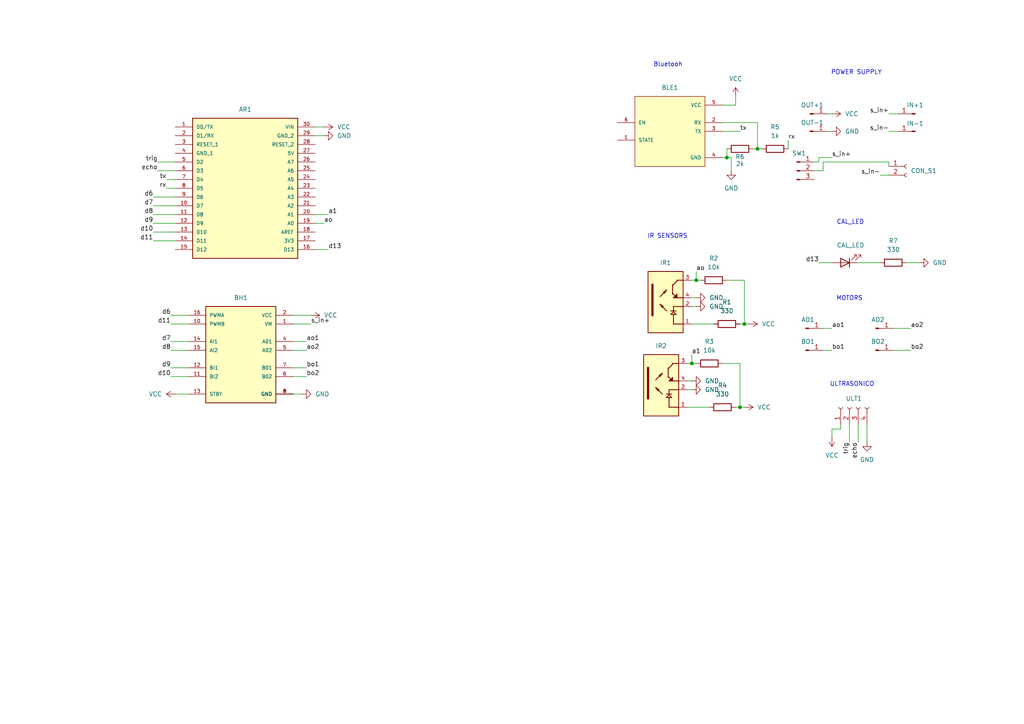
<source format=kicad_sch>
(kicad_sch (version 20250114) (generator "eeschema") (generator_version "9.0")
  (paper "A4")
  (lib_symbols
    (symbol "A000005:A000005" (pin_names (offset 1.016))
      (property "Reference" "U" (at -15.2534 21.1154 0))
      (property "Value" "A000005" (at -15.2429 -22.8688 0))
      (symbol "A000005_0_0"
        (rectangle (start -15.24 -20.32) (end 15.24 20.32) (stroke (width 0.254)) (fill (type background)))
        (pin bidirectional line (at -20.32 17.78 0) (length 5.08) (name "D0/TX") (number "1"))
        (pin bidirectional line (at -20.32 15.24 0) (length 5.08) (name "D1/RX") (number "2"))
        (pin input line (at -20.32 12.7 0) (length 5.08) (name "RESET_1") (number "3"))
        (pin power_in line (at -20.32 10.16 0) (length 5.08) (name "GND_1") (number "4"))
        (pin bidirectional line (at -20.32 7.62 0) (length 5.08) (name "D2") (number "5"))
        (pin bidirectional line (at -20.32 5.08 0) (length 5.08) (name "D3") (number "6"))
        (pin bidirectional line (at -20.32 2.54 0) (length 5.08) (name "D4") (number "7"))
        (pin bidirectional line (at -20.32 0 0) (length 5.08) (name "D5") (number "8"))
        (pin bidirectional line (at -20.32 -2.54 0) (length 5.08) (name "D6") (number "9"))
        (pin bidirectional line (at -20.32 -5.08 0) (length 5.08) (name "D7") (number "10"))
        (pin bidirectional line (at -20.32 -7.62 0) (length 5.08) (name "D8") (number "11"))
        (pin bidirectional line (at -20.32 -10.16 0) (length 5.08) (name "D9") (number "12"))
        (pin bidirectional line (at -20.32 -12.7 0) (length 5.08) (name "D10") (number "13"))
        (pin bidirectional line (at -20.32 -15.24 0) (length 5.08) (name "D11") (number "14"))
        (pin bidirectional line (at -20.32 -17.78 0) (length 5.08) (name "D12") (number "15"))
        (pin power_in line (at 20.32 17.78 180) (length 5.08) (name "VIN") (number "30"))
        (pin power_in line (at 20.32 15.24 180) (length 5.08) (name "GND_2") (number "29"))
        (pin input line (at 20.32 12.7 180) (length 5.08) (name "RESET_2") (number "28"))
        (pin power_in line (at 20.32 10.16 180) (length 5.08) (name "5V") (number "27"))
        (pin input line (at 20.32 7.62 180) (length 5.08) (name "A7") (number "26"))
        (pin input line (at 20.32 5.08 180) (length 5.08) (name "A6") (number "25"))
        (pin input line (at 20.32 2.54 180) (length 5.08) (name "A5") (number "24"))
        (pin input line (at 20.32 0 180) (length 5.08) (name "A4") (number "23"))
        (pin input line (at 20.32 -2.54 180) (length 5.08) (name "A3") (number "22"))
        (pin input line (at 20.32 -5.08 180) (length 5.08) (name "A2") (number "21"))
        (pin input line (at 20.32 -7.62 180) (length 5.08) (name "A1") (number "20"))
        (pin input line (at 20.32 -10.16 180) (length 5.08) (name "A0") (number "19"))
        (pin input line (at 20.32 -12.7 180) (length 5.08) (name "AREF") (number "18"))
        (pin power_in line (at 20.32 -15.24 180) (length 5.08) (name "3V3") (number "17"))
        (pin bidirectional line (at 20.32 -17.78 180) (length 5.08) (name "D13") (number "16"))
      )
    )
    (symbol "Connector:Conn_01x01_Pin" (pin_names (offset 1.016) (hide yes))
      (property "Reference" "J" (at 0 2.54 0))
      (property "Value" "Conn_01x01_Pin" (at 0 -2.54 0))
      (symbol "Conn_01x01_Pin_1_1"
        (rectangle (start 0.8636 0.127) (end 0 -0.127) (stroke (width 0.1524)) (fill (type outline)))
        (polyline (pts (xy 1.27 0) (xy 0.8636 0)) (stroke (width 0.1524)))
        (pin passive line (at 5.08 0 180) (length 3.81) (name "Pin_1") (number "1"))
      )
    )
    (symbol "Connector:Conn_01x02_Socket" (pin_names (offset 1.016) (hide yes))
      (property "Reference" "J" (at 0 2.54 0))
      (property "Value" "Conn_01x02_Socket" (at 0 -5.08 0))
      (symbol "Conn_01x02_Socket_1_1"
        (polyline (pts (xy -1.27 0) (xy -0.508 0)) (stroke (width 0.1524)))
        (polyline (pts (xy -1.27 -2.54) (xy -0.508 -2.54)) (stroke (width 0.1524)))
        (arc (start 0 -0.508) (mid -0.5058 0) (end 0 0.508) (stroke (width 0.1524)))
        (arc (start 0 -3.048) (mid -0.5058 -2.54) (end 0 -2.032) (stroke (width 0.1524)))
        (pin passive line (at -5.08 0 0) (length 3.81) (name "Pin_1") (number "1"))
        (pin passive line (at -5.08 -2.54 0) (length 3.81) (name "Pin_2") (number "2"))
      )
    )
    (symbol "Connector:Conn_01x03_Pin" (pin_names (offset 1.016) (hide yes))
      (property "Reference" "J" (at 0 5.08 0))
      (property "Value" "Conn_01x03_Pin" (at 0 -5.08 0))
      (symbol "Conn_01x03_Pin_1_1"
        (rectangle (start 0.8636 2.667) (end 0 2.413) (stroke (width 0.1524)) (fill (type outline)))
        (rectangle (start 0.8636 0.127) (end 0 -0.127) (stroke (width 0.1524)) (fill (type outline)))
        (rectangle (start 0.8636 -2.413) (end 0 -2.667) (stroke (width 0.1524)) (fill (type outline)))
        (polyline (pts (xy 1.27 2.54) (xy 0.8636 2.54)) (stroke (width 0.1524)))
        (polyline (pts (xy 1.27 0) (xy 0.8636 0)) (stroke (width 0.1524)))
        (polyline (pts (xy 1.27 -2.54) (xy 0.8636 -2.54)) (stroke (width 0.1524)))
        (pin passive line (at 5.08 2.54 180) (length 3.81) (name "Pin_1") (number "1"))
        (pin passive line (at 5.08 0 180) (length 3.81) (name "Pin_2") (number "2"))
        (pin passive line (at 5.08 -2.54 180) (length 3.81) (name "Pin_3") (number "3"))
      )
    )
    (symbol "Connector:Conn_01x04_Socket" (pin_names (offset 1.016) (hide yes))
      (property "Reference" "J" (at 0 5.08 0))
      (property "Value" "Conn_01x04_Socket" (at 0 -7.62 0))
      (symbol "Conn_01x04_Socket_1_1"
        (polyline (pts (xy -1.27 2.54) (xy -0.508 2.54)) (stroke (width 0.1524)))
        (polyline (pts (xy -1.27 0) (xy -0.508 0)) (stroke (width 0.1524)))
        (polyline (pts (xy -1.27 -2.54) (xy -0.508 -2.54)) (stroke (width 0.1524)))
        (polyline (pts (xy -1.27 -5.08) (xy -0.508 -5.08)) (stroke (width 0.1524)))
        (arc (start 0 2.032) (mid -0.5058 2.54) (end 0 3.048) (stroke (width 0.1524)))
        (arc (start 0 -0.508) (mid -0.5058 0) (end 0 0.508) (stroke (width 0.1524)))
        (arc (start 0 -3.048) (mid -0.5058 -2.54) (end 0 -2.032) (stroke (width 0.1524)))
        (arc (start 0 -5.588) (mid -0.5058 -5.08) (end 0 -4.572) (stroke (width 0.1524)))
        (pin passive line (at -5.08 2.54 0) (length 3.81) (name "Pin_1") (number "1"))
        (pin passive line (at -5.08 0 0) (length 3.81) (name "Pin_2") (number "2"))
        (pin passive line (at -5.08 -2.54 0) (length 3.81) (name "Pin_3") (number "3"))
        (pin passive line (at -5.08 -5.08 0) (length 3.81) (name "Pin_4") (number "4"))
      )
    )
    (symbol "Device:LED" (pin_numbers (hide yes)) (pin_names (offset 1.016) (hide yes))
      (property "Reference" "D" (at 0 2.54 0))
      (property "Value" "LED" (at 0 -2.54 0))
      (symbol "LED_0_1"
        (polyline (pts (xy -3.048 -0.762) (xy -4.572 -2.286) (xy -3.81 -2.286) (xy -4.572 -2.286) (xy -4.572 -1.524)))
        (polyline (pts (xy -1.778 -0.762) (xy -3.302 -2.286) (xy -2.54 -2.286) (xy -3.302 -2.286) (xy -3.302 -1.524)))
        (polyline (pts (xy -1.27 0) (xy 1.27 0)))
        (polyline (pts (xy -1.27 -1.27) (xy -1.27 1.27)) (stroke (width 0.254)))
        (polyline (pts (xy 1.27 -1.27) (xy 1.27 1.27) (xy -1.27 0) (xy 1.27 -1.27)) (stroke (width 0.254)))
      )
      (symbol "LED_1_1"
        (pin passive line (at -3.81 0 0) (length 2.54) (name "K") (number "1"))
        (pin passive line (at 3.81 0 180) (length 2.54) (name "A") (number "2"))
      )
    )
    (symbol "Device:R" (pin_numbers (hide yes)) (pin_names (offset 0))
      (property "Reference" "R" (at 2.032 0 90))
      (property "Value" "R" (at 0 0 90))
      (symbol "R_0_1"
        (rectangle (start -1.016 -2.54) (end 1.016 2.54) (stroke (width 0.254)))
      )
      (symbol "R_1_1"
        (pin passive line (at 0 3.81 270) (length 1.27) (name "~") (number "1"))
        (pin passive line (at 0 -3.81 90) (length 1.27) (name "~") (number "2"))
      )
    )
    (symbol "QRE1113:QRE1113" (pin_names (offset 1.016))
      (property "Reference" "U" (at -5.08 10.795 0))
      (property "Value" "QRE1113" (at -5.08 -10.16 0))
      (symbol "QRE1113_0_0"
        (rectangle (start -5.08 -7.62) (end 5.08 10.16) (stroke (width 0.254)) (fill (type background)))
        (polyline (pts (xy -3.81 6.35) (xy -3.81 -2.54)) (stroke (width 0.635)))
        (polyline (pts (xy -1.5875 2.8575) (xy 0.3175 4.7625)) (stroke (width 0.254)))
        (polyline (pts (xy -1.5875 0.635) (xy -0.9525 -0.3175)) (stroke (width 0.254)))
        (polyline (pts (xy -1.5875 0.635) (xy -0.635 0)) (stroke (width 0.254)))
        (polyline (pts (xy 0.3175 4.7625) (xy -0.635 4.1275)) (stroke (width 0.254)))
        (polyline (pts (xy 0.3175 4.7625) (xy -0.3175 3.81)) (stroke (width 0.254)))
        (polyline (pts (xy 0.3175 -1.27) (xy -1.5875 0.635)) (stroke (width 0.254)))
        (polyline (pts (xy 2.032 6.096) (xy 2.032 6.35)) (stroke (width 0.254)))
        (polyline (pts (xy 2.032 6.096) (xy 2.032 3.81)) (stroke (width 0.254)))
        (polyline (pts (xy 2.032 3.81) (xy 2.032 3.556)) (stroke (width 0.254)))
        (polyline (pts (xy 2.032 3.81) (xy 3.302 2.54)) (stroke (width 0.254)))
        (polyline (pts (xy 2.286 2.54) (xy 3.048 2.54)) (stroke (width 0.254)))
        (polyline (pts (xy 2.286 0) (xy 5.08 0)) (stroke (width 0.254)))
        (polyline (pts (xy 2.286 -1.27) (xy 2.286 0)) (stroke (width 0.254)))
        (polyline (pts (xy 2.286 -1.524) (xy 1.524 -2.286)) (stroke (width 0.254)))
        (polyline (pts (xy 2.286 -2.286) (xy 1.524 -2.286)) (stroke (width 0.254)))
        (polyline (pts (xy 2.286 -2.286) (xy 3.048 -2.286)) (stroke (width 0.254)))
        (polyline (pts (xy 2.286 -5.08) (xy 2.286 -2.286)) (stroke (width 0.254)))
        (polyline (pts (xy 2.54 2.794) (xy 2.286 2.54)) (stroke (width 0.254)))
        (polyline (pts (xy 2.54 2.794) (xy 2.794 2.794)) (stroke (width 0.254)))
        (polyline (pts (xy 2.794 2.794) (xy 3.048 2.54)) (stroke (width 0.254)))
        (polyline (pts (xy 3.048 3.048) (xy 2.794 2.794)) (stroke (width 0.254)))
        (polyline (pts (xy 3.048 3.048) (xy 3.302 3.302)) (stroke (width 0.254)))
        (polyline (pts (xy 3.048 2.54) (xy 3.048 3.048)) (stroke (width 0.254)))
        (polyline (pts (xy 3.048 2.54) (xy 3.302 2.54)) (stroke (width 0.254)))
        (polyline (pts (xy 3.048 -1.27) (xy 1.524 -1.27)) (stroke (width 0.254)))
        (polyline (pts (xy 3.048 -2.286) (xy 2.286 -1.524)) (stroke (width 0.254)))
        (polyline (pts (xy 3.302 7.62) (xy 3.302 7.366)) (stroke (width 0.254)))
        (polyline (pts (xy 3.302 7.366) (xy 2.032 6.096)) (stroke (width 0.254)))
        (polyline (pts (xy 3.302 3.556) (xy 2.54 2.794)) (stroke (width 0.254)))
        (polyline (pts (xy 3.302 3.302) (xy 3.302 3.556)) (stroke (width 0.254)))
        (polyline (pts (xy 3.302 2.794) (xy 3.048 3.048)) (stroke (width 0.254)))
        (polyline (pts (xy 3.302 2.794) (xy 3.302 3.302)) (stroke (width 0.254)))
        (polyline (pts (xy 3.302 2.54) (xy 3.302 2.794)) (stroke (width 0.254)))
        (polyline (pts (xy 3.302 2.54) (xy 5.08 2.54)) (stroke (width 0.254)))
        (polyline (pts (xy 5.08 7.62) (xy 3.302 7.62)) (stroke (width 0.254)))
        (polyline (pts (xy 5.08 -5.08) (xy 2.286 -5.08)) (stroke (width 0.254)))
        (pin passive line (at 7.62 7.62 180) (length 2.54) (name "~") (number "3"))
        (pin passive line (at 7.62 2.54 180) (length 2.54) (name "~") (number "4"))
        (pin passive line (at 7.62 0 180) (length 2.54) (name "~") (number "2"))
        (pin passive line (at 7.62 -5.08 180) (length 2.54) (name "~") (number "1"))
      )
    )
    (symbol "ROB-14450:ROB-14450" (pin_names (offset 1.016))
      (property "Reference" "U" (at -10.16 16.002 0))
      (property "Value" "ROB-14450" (at -10.16 -15.24 0))
      (symbol "ROB-14450_0_0"
        (rectangle (start -10.16 -12.7) (end 10.16 15.24) (stroke (width 0.254)) (fill (type background)))
        (pin input line (at -15.24 12.7 0) (length 5.08) (name "PWMA") (number "16"))
        (pin input line (at -15.24 10.16 0) (length 5.08) (name "PWMB") (number "10"))
        (pin input line (at -15.24 5.08 0) (length 5.08) (name "AI1") (number "14"))
        (pin input line (at -15.24 2.54 0) (length 5.08) (name "AI2") (number "15"))
        (pin input line (at -15.24 -2.54 0) (length 5.08) (name "BI1") (number "12"))
        (pin input line (at -15.24 -5.08 0) (length 5.08) (name "BI2") (number "11"))
        (pin input line (at -15.24 -10.16 0) (length 5.08) (name "STBY") (number "13"))
        (pin power_in line (at 15.24 12.7 180) (length 5.08) (name "VCC") (number "2"))
        (pin power_in line (at 15.24 10.16 180) (length 5.08) (name "VM") (number "1"))
        (pin output line (at 15.24 5.08 180) (length 5.08) (name "A01") (number "4"))
        (pin output line (at 15.24 2.54 180) (length 5.08) (name "A02") (number "5"))
        (pin output line (at 15.24 -2.54 180) (length 5.08) (name "B01") (number "7"))
        (pin output line (at 15.24 -5.08 180) (length 5.08) (name "B02") (number "6"))
        (pin power_in line (at 15.24 -10.16 180) (length 5.08) (name "GND") (number "3"))
        (pin power_in line (at 15.24 -10.16 180) (length 5.08) (name "GND") (number "8"))
        (pin power_in line (at 15.24 -10.16 180) (length 5.08) (name "GND") (number "9"))
      )
    )
    (symbol "ZC142200:ZC142200" (pin_names (offset 1.016))
      (property "Reference" "U" (at -10.16 10.922 0))
      (property "Value" "ZC142200" (at -10.16 -12.7 0))
      (symbol "ZC142200_0_0"
        (rectangle (start -10.16 -10.16) (end 10.16 10.16) (stroke (width 0.1524)) (fill (type background)))
        (pin input line (at -15.24 2.54 0) (length 5.08) (name "EN") (number "6"))
        (pin input line (at -15.24 -2.54 0) (length 5.08) (name "STATE") (number "1"))
        (pin power_in line (at 15.24 7.62 180) (length 5.08) (name "VCC") (number "5"))
        (pin input line (at 15.24 2.54 180) (length 5.08) (name "RX") (number "2"))
        (pin output line (at 15.24 0 180) (length 5.08) (name "TX") (number "3"))
        (pin power_in line (at 15.24 -7.62 180) (length 5.08) (name "GND") (number "4"))
      )
    )
    (symbol "power:GND" (power) (pin_numbers (hide yes)) (pin_names (offset 0) (hide yes))
      (property "Value" "GND" (at 0 -3.81 0))
      (symbol "GND_0_1"
        (polyline (pts (xy 0 0) (xy 0 -1.27) (xy 1.27 -1.27) (xy 0 -2.54) (xy -1.27 -1.27) (xy 0 -1.27)))
      )
      (symbol "GND_1_1"
        (pin power_in line (at 0 0 270) (length 0) (name "~") (number "1"))
      )
    )
    (symbol "power:VCC" (power) (pin_numbers (hide yes)) (pin_names (offset 0) (hide yes))
      (property "Value" "VCC" (at 0 3.556 0))
      (symbol "VCC_0_1"
        (polyline (pts (xy -0.762 1.27) (xy 0 2.54)))
        (polyline (pts (xy 0 2.54) (xy 0.762 1.27)))
        (polyline (pts (xy 0 0) (xy 0 2.54)))
      )
      (symbol "VCC_1_1"
        (pin power_in line (at 0 0 90) (length 0) (name "~") (number "1"))
      )
    )
  )
  (text "POWER SUPPLY\n" (at 248.412 21.082 0) (effects (font (size 1.27 1.27))))
  (text "ULTRASONICO\n" (at 247.142 111.506 0) (effects (font (size 1.27 1.27))))
  (text "IR SENSORS\n" (at 187.706 68.58 0) (effects (font (size 1.27 1.27)) (justify left)))
  (text "Bluetooh" (at 189.484 18.796 0) (effects (font (size 1.27 1.27)) (justify left)))
  (text "CAL_LED\n" (at 246.634 64.516 0) (effects (font (size 1.27 1.27))))
  (text "MOTORS\n" (at 246.38 86.614 0) (effects (font (size 1.27 1.27))))
  (junction (at 210.82 45.72))
  (junction (at 219.71 43.18))
  (junction (at 214.63 118.11))
  (junction (at 200.66 105.41))
  (junction (at 201.93 81.28))
  (junction (at 215.9 93.98))
  (wire (pts (xy 218.44 43.18) (xy 219.71 43.18)))
  (wire (pts (xy 207.01 93.98) (xy 200.66 93.98)))
  (wire (pts (xy 91.44 62.23) (xy 95.25 62.23)))
  (wire (pts (xy 205.74 118.11) (xy 199.39 118.11)))
  (wire (pts (xy 243.84 124.46) (xy 243.84 123.19)))
  (wire (pts (xy 44.45 57.15) (xy 50.8 57.15)))
  (wire (pts (xy 246.38 123.19) (xy 246.38 128.27)))
  (wire (pts (xy 91.44 72.39) (xy 95.25 72.39)))
  (wire (pts (xy 255.27 50.8) (xy 257.81 50.8)))
  (wire (pts (xy 248.92 76.2) (xy 255.27 76.2)))
  (wire (pts (xy 85.09 99.06) (xy 88.9 99.06)))
  (wire (pts (xy 238.76 101.6) (xy 241.3 101.6)))
  (wire (pts (xy 48.26 54.61) (xy 50.8 54.61)))
  (wire (pts (xy 248.92 123.19) (xy 248.92 128.27)))
  (wire (pts (xy 209.55 105.41) (xy 214.63 105.41)))
  (wire (pts (xy 241.3 124.46) (xy 241.3 127)))
  (wire (pts (xy 85.09 91.44) (xy 90.17 91.44)))
  (wire (pts (xy 209.55 45.72) (xy 210.82 45.72)))
  (wire (pts (xy 200.66 81.28) (xy 201.93 81.28)))
  (wire (pts (xy 45.72 49.53) (xy 50.8 49.53)))
  (wire (pts (xy 85.09 93.98) (xy 90.17 93.98)))
  (wire (pts (xy 210.82 45.72) (xy 212.09 45.72)))
  (wire (pts (xy 85.09 101.6) (xy 88.9 101.6)))
  (wire (pts (xy 241.3 124.46) (xy 243.84 124.46)))
  (wire (pts (xy 200.66 86.36) (xy 201.93 86.36)))
  (wire (pts (xy 238.76 95.25) (xy 241.3 95.25)))
  (wire (pts (xy 49.53 91.44) (xy 54.61 91.44)))
  (wire (pts (xy 259.08 101.6) (xy 264.16 101.6)))
  (wire (pts (xy 200.66 88.9) (xy 201.93 88.9)))
  (wire (pts (xy 236.22 46.99) (xy 237.49 46.99)))
  (wire (pts (xy 214.63 105.41) (xy 214.63 118.11)))
  (wire (pts (xy 219.71 43.18) (xy 220.98 43.18)))
  (wire (pts (xy 85.09 106.68) (xy 88.9 106.68)))
  (wire (pts (xy 48.26 52.07) (xy 50.8 52.07)))
  (wire (pts (xy 257.81 48.26) (xy 257.81 46.99)))
  (wire (pts (xy 200.66 105.41) (xy 201.93 105.41)))
  (wire (pts (xy 49.53 109.22) (xy 54.61 109.22)))
  (wire (pts (xy 49.53 101.6) (xy 54.61 101.6)))
  (wire (pts (xy 49.53 106.68) (xy 54.61 106.68)))
  (wire (pts (xy 91.44 39.37) (xy 93.98 39.37)))
  (wire (pts (xy 257.81 33.02) (xy 260.35 33.02)))
  (wire (pts (xy 237.49 46.99) (xy 237.49 45.72)))
  (wire (pts (xy 44.45 64.77) (xy 50.8 64.77)))
  (wire (pts (xy 209.55 30.48) (xy 213.36 30.48)))
  (wire (pts (xy 91.44 36.83) (xy 93.98 36.83)))
  (wire (pts (xy 85.09 114.3) (xy 87.63 114.3)))
  (wire (pts (xy 91.44 64.77) (xy 93.98 64.77)))
  (wire (pts (xy 262.89 76.2) (xy 266.7 76.2)))
  (wire (pts (xy 237.49 45.72) (xy 241.3 45.72)))
  (wire (pts (xy 199.39 105.41) (xy 200.66 105.41)))
  (wire (pts (xy 49.53 93.98) (xy 54.61 93.98)))
  (wire (pts (xy 44.45 59.69) (xy 50.8 59.69)))
  (wire (pts (xy 251.46 123.19) (xy 251.46 128.27)))
  (wire (pts (xy 213.36 30.48) (xy 213.36 27.94)))
  (wire (pts (xy 214.63 118.11) (xy 215.9 118.11)))
  (wire (pts (xy 209.55 38.1) (xy 214.63 38.1)))
  (wire (pts (xy 50.8 114.3) (xy 54.61 114.3)))
  (wire (pts (xy 238.76 46.99) (xy 238.76 49.53)))
  (wire (pts (xy 200.66 102.87) (xy 200.66 105.41)))
  (wire (pts (xy 238.76 49.53) (xy 236.22 49.53)))
  (wire (pts (xy 215.9 81.28) (xy 215.9 93.98)))
  (wire (pts (xy 44.45 62.23) (xy 50.8 62.23)))
  (wire (pts (xy 212.09 45.72) (xy 212.09 49.53)))
  (wire (pts (xy 257.81 38.1) (xy 260.35 38.1)))
  (wire (pts (xy 240.03 33.02) (xy 241.3 33.02)))
  (wire (pts (xy 201.93 81.28) (xy 203.2 81.28)))
  (wire (pts (xy 213.36 118.11) (xy 214.63 118.11)))
  (wire (pts (xy 228.6 40.64) (xy 228.6 43.18)))
  (wire (pts (xy 199.39 113.03) (xy 200.66 113.03)))
  (wire (pts (xy 201.93 78.74) (xy 201.93 81.28)))
  (wire (pts (xy 240.03 38.1) (xy 241.3 38.1)))
  (wire (pts (xy 259.08 95.25) (xy 264.16 95.25)))
  (wire (pts (xy 257.81 46.99) (xy 238.76 46.99)))
  (wire (pts (xy 49.53 99.06) (xy 54.61 99.06)))
  (wire (pts (xy 210.82 81.28) (xy 215.9 81.28)))
  (wire (pts (xy 85.09 109.22) (xy 88.9 109.22)))
  (wire (pts (xy 219.71 35.56) (xy 219.71 43.18)))
  (wire (pts (xy 44.45 67.31) (xy 50.8 67.31)))
  (wire (pts (xy 215.9 93.98) (xy 217.17 93.98)))
  (wire (pts (xy 210.82 43.18) (xy 210.82 45.72)))
  (wire (pts (xy 209.55 35.56) (xy 219.71 35.56)))
  (wire (pts (xy 214.63 93.98) (xy 215.9 93.98)))
  (wire (pts (xy 237.49 76.2) (xy 241.3 76.2)))
  (wire (pts (xy 44.45 69.85) (xy 50.8 69.85)))
  (wire (pts (xy 199.39 110.49) (xy 200.66 110.49)))
  (wire (pts (xy 45.72 46.99) (xy 50.8 46.99)))
  (label "d8" (at 49.53 101.6 180))
  (label "rx" (at 48.26 54.61 180))
  (label "d10" (at 44.45 67.31 180))
  (label "bo1" (at 88.9 106.68 0))
  (label "ao2" (at 88.9 101.6 0))
  (label "d13" (at 237.49 76.2 180))
  (label "d10" (at 49.53 109.22 180))
  (label "bo2" (at 88.9 109.22 0))
  (label "ao1" (at 88.9 99.06 0))
  (label "ao1" (at 241.3 95.25 0))
  (label "a1" (at 200.66 102.87 0))
  (label "s_in-" (at 255.27 50.8 180))
  (label "bo1" (at 241.3 101.6 0))
  (label "d6" (at 44.45 57.15 180))
  (label "d9" (at 44.45 64.77 180))
  (label "d6" (at 49.53 91.44 180))
  (label "d9" (at 49.53 106.68 180))
  (label "tx" (at 48.26 52.07 180))
  (label "trig" (at 45.72 46.99 180))
  (label "bo2" (at 264.16 101.6 0))
  (label "s_in+" (at 257.81 33.02 180))
  (label "ao" (at 93.98 64.77 0))
  (label "ao" (at 201.93 78.74 0))
  (label "d7" (at 49.53 99.06 180))
  (label "d13" (at 95.25 72.39 0))
  (label "s_in-" (at 257.81 38.1 180))
  (label "trig" (at 246.38 128.27 270))
  (label "d7" (at 44.45 59.69 180))
  (label "echo" (at 45.72 49.53 180))
  (label "s_in+" (at 241.3 45.72 0))
  (label "tx" (at 214.63 38.1 0))
  (label "d11" (at 49.53 93.98 180))
  (label "s_in+" (at 90.17 93.98 0))
  (label "d11" (at 44.45 69.85 180))
  (label "rx" (at 228.6 40.64 0))
  (label "echo" (at 248.92 128.27 270))
  (label "a1" (at 95.25 62.23 0))
  (label "ao2" (at 264.16 95.25 0))
  (label "d8" (at 44.45 62.23 180))
  (symbol (lib_id "power:GND") (at 212.09 49.53 0) (unit 1)
    (property "Reference" "#PWR011" (effects (hide yes)))
    (property "Value" "GND" (at 212.09 54.61 0))
    (property "Description" "Power symbol creates a global label with name \"GND\" , ground" (effects (hide yes)))
  )
  (symbol (lib_id "Connector:Conn_01x01_Pin") (at 265.43 38.1 180) (unit 1)
    (property "Reference" "IN-1" (at 265.43 35.814 0))
    (property "Value" "Conn_01x01_Pin" (effects (hide yes)))
    (property "Footprint" "Connector_PinHeader_1.00mm:PinHeader_1x01_P1.00mm_Vertical" (effects (hide yes)))
    (property "Description" "Generic connector, single row, 01x01, script generated" (effects (hide yes)))
  )
  (symbol (lib_id "power:VCC") (at 213.36 27.94 0) (unit 1)
    (property "Reference" "#PWR012" (effects (hide yes)))
    (property "Value" "VCC" (at 213.36 22.86 0))
    (property "Description" "Power symbol creates a global label with name \"VCC\"" (effects (hide yes)))
  )
  (symbol (lib_id "Device:R") (at 209.55 118.11 90) (unit 1)
    (property "Reference" "R4" (at 209.55 111.76 90))
    (property "Value" "330" (at 209.55 114.3 90))
    (property "Footprint" "Resistor_THT:R_Axial_DIN0204_L3.6mm_D1.6mm_P7.62mm_Horizontal" (effects (hide yes)))
    (property "Description" "Resistor" (effects (hide yes)))
  )
  (symbol (lib_id "Connector:Conn_01x01_Pin") (at 254 95.25 0) (unit 1)
    (property "Reference" "AO2" (at 254.635 92.71 0))
    (property "Value" "Conn_01x01_Pin" (effects (hide yes)))
    (property "Footprint" "Connector_PinHeader_1.00mm:PinHeader_1x01_P1.00mm_Vertical" (effects (hide yes)))
    (property "Description" "Generic connector, single row, 01x01, script generated" (effects (hide yes)))
  )
  (symbol (lib_id "Connector:Conn_01x01_Pin") (at 234.95 38.1 0) (unit 1)
    (property "Reference" "OUT-1" (at 235.585 35.56 0))
    (property "Value" "Conn_01x01_Pin" (effects (hide yes)))
    (property "Footprint" "Connector_PinHeader_1.00mm:PinHeader_1x01_P1.00mm_Vertical" (effects (hide yes)))
    (property "Description" "Generic connector, single row, 01x01, script generated" (effects (hide yes)))
  )
  (symbol (lib_id "Device:R") (at 224.79 43.18 90) (unit 1)
    (property "Reference" "R5" (at 224.79 36.83 90))
    (property "Value" "1k" (at 224.79 39.37 90))
    (property "Footprint" "Resistor_THT:R_Axial_DIN0204_L3.6mm_D1.6mm_P7.62mm_Horizontal" (effects (hide yes)))
    (property "Description" "Resistor" (effects (hide yes)))
  )
  (symbol (lib_id "power:GND") (at 266.7 76.2 90) (unit 1)
    (property "Reference" "#PWR06" (effects (hide yes)))
    (property "Value" "GND" (at 270.51 76.1999 90) (effects (justify right)))
    (property "Description" "Power symbol creates a global label with name \"GND\" , ground" (effects (hide yes)))
  )
  (symbol (lib_id "power:GND") (at 251.46 128.27 0) (unit 1)
    (property "Reference" "#PWR010" (effects (hide yes)))
    (property "Value" "GND" (at 251.46 133.35 0))
    (property "Description" "Power symbol creates a global label with name \"GND\" , ground" (effects (hide yes)))
  )
  (symbol (lib_id "power:VCC") (at 241.3 33.02 270) (unit 1)
    (property "Reference" "#PWR05" (effects (hide yes)))
    (property "Value" "VCC" (at 245.11 33.0199 90) (effects (justify left)))
    (property "Description" "Power symbol creates a global label with name \"VCC\"" (effects (hide yes)))
  )
  (symbol (lib_id "Connector:Conn_01x01_Pin") (at 265.43 33.02 180) (unit 1)
    (property "Reference" "IN+1" (at 265.43 30.48 0))
    (property "Value" "Conn_01x01_Pin" (effects (hide yes)))
    (property "Footprint" "Connector_PinHeader_1.00mm:PinHeader_1x01_P1.00mm_Vertical" (effects (hide yes)))
    (property "Description" "Generic connector, single row, 01x01, script generated" (effects (hide yes)))
  )
  (symbol (lib_id "Connector:Conn_01x04_Socket") (at 246.38 118.11 90) (unit 1)
    (property "Reference" "ULT1" (at 247.65 115.57 90))
    (property "Value" "Conn_01x04_Socket" (effects (hide yes)))
    (property "Footprint" "Connector_PinHeader_2.00mm:PinHeader_1x04_P2.00mm_Vertical" (effects (hide yes)))
    (property "Description" "Generic connector, single row, 01x04, script generated" (effects (hide yes)))
  )
  (symbol (lib_id "Connector:Conn_01x01_Pin") (at 233.68 95.25 0) (unit 1)
    (property "Reference" "AO1" (at 234.315 92.71 0))
    (property "Value" "Conn_01x01_Pin" (effects (hide yes)))
    (property "Footprint" "Connector_PinHeader_1.00mm:PinHeader_1x01_P1.00mm_Vertical" (effects (hide yes)))
    (property "Description" "Generic connector, single row, 01x01, script generated" (effects (hide yes)))
  )
  (symbol (lib_id "ZC142200:ZC142200") (at 194.31 38.1 0) (unit 1)
    (property "Reference" "BLE1" (at 194.31 25.4 0))
    (property "Value" "ZC142200" (effects (hide yes)))
    (property "Footprint" "ZC142200:MODULE_ZC142200" (effects (hide yes)))
    (property "MF" "YKS" (effects (hide yes)))
    (property "MAXIMUM_PACKAGE_HEIGHT" "37.5mm" (effects (hide yes)))
    (property "Package" "None" (effects (hide yes)))
    (property "Price" "None" (effects (hide yes)))
    (property "Check_prices" "https://www.snapeda.com/parts/ZC142200/YKS/view-part/?ref=eda" (effects (hide yes)))
    (property "STANDARD" "Manufacturer Recommendations" (effects (hide yes)))
    (property "PARTREV" "N/A" (effects (hide yes)))
    (property "SnapEDA_Link" "https://www.snapeda.com/parts/ZC142200/YKS/view-part/?ref=snap" (effects (hide yes)))
    (property "MP" "ZC142200" (effects (hide yes)))
    (property "Description_1" "1pc HC-05 6 Pin Wireless Bluetooth RF Transceiver Module Serial For Arduino" (effects (hide yes)))
    (property "Availability" "Not in stock" (effects (hide yes)))
    (property "MANUFACTURER" "YKS" (effects (hide yes)))
  )
  (symbol (lib_id "power:VCC") (at 215.9 118.11 270) (unit 1)
    (property "Reference" "#PWR016" (effects (hide yes)))
    (property "Value" "VCC" (at 219.71 118.1099 90) (effects (justify left)))
    (property "Description" "Power symbol creates a global label with name \"VCC\"" (effects (hide yes)))
  )
  (symbol (lib_id "Device:R") (at 205.74 105.41 90) (unit 1)
    (property "Reference" "R3" (at 205.74 99.06 90))
    (property "Value" "10k" (at 205.74 101.6 90))
    (property "Footprint" "Resistor_THT:R_Axial_DIN0204_L3.6mm_D1.6mm_P7.62mm_Horizontal" (effects (hide yes)))
    (property "Description" "Resistor" (effects (hide yes)))
  )
  (symbol (lib_id "power:GND") (at 201.93 86.36 90) (unit 1)
    (property "Reference" "#PWR014" (effects (hide yes)))
    (property "Value" "GND" (at 205.74 86.3599 90) (effects (justify right)))
    (property "Description" "Power symbol creates a global label with name \"GND\" , ground" (effects (hide yes)))
  )
  (symbol (lib_id "power:VCC") (at 241.3 127 180) (unit 1)
    (property "Reference" "#PWR09" (effects (hide yes)))
    (property "Value" "VCC" (at 241.3 132.08 0))
    (property "Description" "Power symbol creates a global label with name \"VCC\"" (effects (hide yes)))
  )
  (symbol (lib_id "power:GND") (at 241.3 38.1 90) (unit 1)
    (property "Reference" "#PWR04" (effects (hide yes)))
    (property "Value" "GND" (at 245.11 38.0999 90) (effects (justify right)))
    (property "Description" "Power symbol creates a global label with name \"GND\" , ground" (effects (hide yes)))
  )
  (symbol (lib_id "Device:R") (at 210.82 93.98 90) (unit 1)
    (property "Reference" "R1" (at 210.82 87.63 90))
    (property "Value" "330" (at 210.82 90.17 90))
    (property "Footprint" "Resistor_THT:R_Axial_DIN0204_L3.6mm_D1.6mm_P7.62mm_Horizontal" (effects (hide yes)))
    (property "Description" "Resistor" (effects (hide yes)))
  )
  (symbol (lib_id "Device:LED") (at 245.11 76.2 180) (unit 1)
    (property "Reference" "CAL_LED1" (effects (hide yes)))
    (property "Value" "CAL_LED" (at 246.6975 71.12 0))
    (property "Footprint" "LED_THT:LED_D5.0mm" (effects (hide yes)))
    (property "Description" "Light emitting diode" (effects (hide yes)))
    (property "Sim.Pins" "1=K 2=A" (effects (hide yes)))
  )
  (symbol (lib_id "power:GND") (at 201.93 88.9 90) (unit 1)
    (property "Reference" "#PWR017" (effects (hide yes)))
    (property "Value" "GND" (at 205.74 88.8999 90) (effects (justify right)))
    (property "Description" "Power symbol creates a global label with name \"GND\" , ground" (effects (hide yes)))
  )
  (symbol (lib_id "Device:R") (at 259.08 76.2 90) (unit 1)
    (property "Reference" "R7" (at 259.08 69.85 90))
    (property "Value" "330" (at 259.08 72.39 90))
    (property "Footprint" "Resistor_THT:R_Axial_DIN0204_L3.6mm_D1.6mm_P7.62mm_Horizontal" (effects (hide yes)))
    (property "Description" "Resistor" (effects (hide yes)))
  )
  (symbol (lib_id "Device:R") (at 207.01 81.28 90) (unit 1)
    (property "Reference" "R2" (at 207.01 74.93 90))
    (property "Value" "10k" (at 207.01 77.47 90))
    (property "Footprint" "Resistor_THT:R_Axial_DIN0204_L3.6mm_D1.6mm_P7.62mm_Horizontal" (effects (hide yes)))
    (property "Description" "Resistor" (effects (hide yes)))
  )
  (symbol (lib_id "power:GND") (at 200.66 113.03 90) (unit 1)
    (property "Reference" "#PWR018" (effects (hide yes)))
    (property "Value" "GND" (at 204.47 113.0299 90) (effects (justify right)))
    (property "Description" "Power symbol creates a global label with name \"GND\" , ground" (effects (hide yes)))
  )
  (symbol (lib_id "power:GND") (at 93.98 39.37 90) (unit 1)
    (property "Reference" "#PWR03" (effects (hide yes)))
    (property "Value" "GND" (at 97.79 39.3699 90) (effects (justify right)))
    (property "Description" "Power symbol creates a global label with name \"GND\" , ground" (effects (hide yes)))
  )
  (symbol (lib_id "power:VCC") (at 90.17 91.44 270) (unit 1)
    (property "Reference" "#PWR08" (effects (hide yes)))
    (property "Value" "VCC" (at 93.98 91.4399 90) (effects (justify left)))
    (property "Description" "Power symbol creates a global label with name \"VCC\"" (effects (hide yes)))
  )
  (symbol (lib_id "power:VCC") (at 93.98 36.83 270) (unit 1)
    (property "Reference" "#PWR02" (effects (hide yes)))
    (property "Value" "VCC" (at 97.79 36.8299 90) (effects (justify left)))
    (property "Description" "Power symbol creates a global label with name \"VCC\"" (effects (hide yes)))
  )
  (symbol (lib_id "power:VCC") (at 50.8 114.3 90) (unit 1)
    (property "Reference" "#PWR07" (effects (hide yes)))
    (property "Value" "VCC" (at 46.99 114.2999 90) (effects (justify left)))
    (property "Description" "Power symbol creates a global label with name \"VCC\"" (effects (hide yes)))
  )
  (symbol (lib_id "QRE1113:QRE1113") (at 193.04 88.9 0) (unit 1)
    (property "Reference" "IR1" (at 193.04 76.2 0))
    (property "Value" "QRE1113" (effects (hide yes)))
    (property "Footprint" "QRE1113:DIP400W50P180L360H200Q4" (effects (hide yes)))
    (property "MF" "ON Semiconductor" (effects (hide yes)))
    (property "DESCRIPTION" "OPTOCOUPLER, PHOTOTRANSISTOR; No. of Channels: 1; Optocoupler Output Type: Phototr" (effects (hide yes)))
    (property "PACKAGE" "DIP-4 ON Semiconductor" (effects (hide yes)))
    (property "PRICE" "None" (effects (hide yes)))
    (property "Package" "NON-STANDARD-4 ON Semiconductor" (effects (hide yes)))
    (property "Check_prices" "https://www.snapeda.com/parts/QRE1113/Onsemi/view-part/?ref=eda" (effects (hide yes)))
    (property "STANDARD" "IPC-7251" (effects (hide yes)))
    (property "PARTREV" "5" (effects (hide yes)))
    (property "SnapEDA_Link" "https://www.snapeda.com/parts/QRE1113/Onsemi/view-part/?ref=snap" (effects (hide yes)))
    (property "MP" "QRE1113" (effects (hide yes)))
    (property "Price" "None" (effects (hide yes)))
    (property "Description_1" "Reflective Optical Sensor 0.039 (1mm) 4-DIP (0.157, 4.00mm)" (effects (hide yes)))
    (property "Availability" "In Stock" (effects (hide yes)))
    (property "AVAILABILITY" "Unavailable" (effects (hide yes)))
    (property "MANUFACTURER" "On Semiconductor" (effects (hide yes)))
  )
  (symbol (lib_id "power:VCC") (at 217.17 93.98 270) (unit 1)
    (property "Reference" "#PWR013" (effects (hide yes)))
    (property "Value" "VCC" (at 220.98 93.9799 90) (effects (justify left)))
    (property "Description" "Power symbol creates a global label with name \"VCC\"" (effects (hide yes)))
  )
  (symbol (lib_id "Device:R") (at 214.63 43.18 90) (unit 1)
    (property "Reference" "R6" (at 214.63 45.466 90))
    (property "Value" "2k" (at 214.63 47.498 90))
    (property "Footprint" "Resistor_THT:R_Axial_DIN0204_L3.6mm_D1.6mm_P7.62mm_Horizontal" (effects (hide yes)))
    (property "Description" "Resistor" (effects (hide yes)))
  )
  (symbol (lib_id "Connector:Conn_01x01_Pin") (at 233.68 101.6 0) (unit 1)
    (property "Reference" "BO1" (at 234.315 99.06 0))
    (property "Value" "Conn_01x01_Pin" (effects (hide yes)))
    (property "Footprint" "Connector_PinHeader_1.00mm:PinHeader_1x01_P1.00mm_Vertical" (effects (hide yes)))
    (property "Description" "Generic connector, single row, 01x01, script generated" (effects (hide yes)))
  )
  (symbol (lib_id "QRE1113:QRE1113") (at 191.77 113.03 0) (unit 1)
    (property "Reference" "IR2" (at 191.77 100.33 0))
    (property "Value" "QRE1113" (effects (hide yes)))
    (property "Footprint" "QRE1113:DIP400W50P180L360H200Q4" (effects (hide yes)))
    (property "MF" "ON Semiconductor" (effects (hide yes)))
    (property "DESCRIPTION" "OPTOCOUPLER, PHOTOTRANSISTOR; No. of Channels: 1; Optocoupler Output Type: Phototr" (effects (hide yes)))
    (property "PACKAGE" "DIP-4 ON Semiconductor" (effects (hide yes)))
    (property "PRICE" "None" (effects (hide yes)))
    (property "Package" "NON-STANDARD-4 ON Semiconductor" (effects (hide yes)))
    (property "Check_prices" "https://www.snapeda.com/parts/QRE1113/Onsemi/view-part/?ref=eda" (effects (hide yes)))
    (property "STANDARD" "IPC-7251" (effects (hide yes)))
    (property "PARTREV" "5" (effects (hide yes)))
    (property "SnapEDA_Link" "https://www.snapeda.com/parts/QRE1113/Onsemi/view-part/?ref=snap" (effects (hide yes)))
    (property "MP" "QRE1113" (effects (hide yes)))
    (property "Price" "None" (effects (hide yes)))
    (property "Description_1" "Reflective Optical Sensor 0.039 (1mm) 4-DIP (0.157, 4.00mm)" (effects (hide yes)))
    (property "Availability" "In Stock" (effects (hide yes)))
    (property "AVAILABILITY" "Unavailable" (effects (hide yes)))
    (property "MANUFACTURER" "On Semiconductor" (effects (hide yes)))
  )
  (symbol (lib_id "A000005:A000005") (at 71.12 54.61 0) (unit 1)
    (property "Reference" "AR1" (at 71.12 31.75 0))
    (property "Value" "A000005" (effects (hide yes)))
    (property "Footprint" "A000005:MODULE_A000005" (effects (hide yes)))
    (property "MF" "Gravitech" (effects (hide yes)))
    (property "MAXIMUM_PACKAGE_HEIGHT" "N/A" (effects (hide yes)))
    (property "Package" "Non-Standard Arduino" (effects (hide yes)))
    (property "Price" "None" (effects (hide yes)))
    (property "Check_prices" "https://www.snapeda.com/parts/A000005/Gravitech/view-part/?ref=eda" (effects (hide yes)))
    (property "STANDARD" "Manufacturer Recommendations" (effects (hide yes)))
    (property "PARTREV" "23/03/2020" (effects (hide yes)))
    (property "SnapEDA_Link" "https://www.snapeda.com/parts/A000005/Gravitech/view-part/?ref=snap" (effects (hide yes)))
    (property "MP" "A000005" (effects (hide yes)))
    (property "Description_1" "The Arduino Nano featuring the ATmega328 AVR 8-bit MCU is a compact and versatile evaluation platform ideal for embedded development. This board offers 22 digital I/O pins, 8 analog inputs, and 6 PWM outputs, providing ample connectivity for various sensors and actuators. Operating at a clock speed of 16 MHz and a logic level voltage of 5V, the Arduino Nano is compatible with the Arduino IDE, making it accessible for both beginners and experienced developers. Its breadboard-friendly form factor ensures easy integration into prototypes and small projects." (effects (hide yes)))
    (property "Availability" "Not in stock" (effects (hide yes)))
    (property "MANUFACTURER" "Arduino" (effects (hide yes)))
  )
  (symbol (lib_id "power:GND") (at 200.66 110.49 90) (unit 1)
    (property "Reference" "#PWR015" (effects (hide yes)))
    (property "Value" "GND" (at 204.47 110.4899 90) (effects (justify right)))
    (property "Description" "Power symbol creates a global label with name \"GND\" , ground" (effects (hide yes)))
  )
  (symbol (lib_id "ROB-14450:ROB-14450") (at 69.85 104.14 0) (unit 1)
    (property "Reference" "BH1" (at 69.85 86.36 0))
    (property "Value" "ROB-14450" (effects (hide yes)))
    (property "Footprint" "ROB-14450:MODULE_ROB-14450" (effects (hide yes)))
    (property "MF" "SparkFun Electronics" (effects (hide yes)))
    (property "Description_1" "TB6612FNG - Motor Controller/Driver Power Management Evaluation Board" (effects (hide yes)))
    (property "Package" "None" (effects (hide yes)))
    (property "Price" "None" (effects (hide yes)))
    (property "Check_prices" "https://www.snapeda.com/parts/ROB-14450/SparkFun/view-part/?ref=eda" (effects (hide yes)))
    (property "STANDARD" "Manufacturer Recommendation" (effects (hide yes)))
    (property "PARTREV" "11-13-17" (effects (hide yes)))
    (property "SnapEDA_Link" "https://www.snapeda.com/parts/ROB-14450/SparkFun/view-part/?ref=snap" (effects (hide yes)))
    (property "MP" "ROB-14450" (effects (hide yes)))
    (property "Availability" "In Stock" (effects (hide yes)))
    (property "MANUFACTURER" "Sparkfun Electronics" (effects (hide yes)))
  )
  (symbol (lib_id "Connector:Conn_01x01_Pin") (at 254 101.6 0) (unit 1)
    (property "Reference" "BO2" (at 254.635 99.06 0))
    (property "Value" "Conn_01x01_Pin" (effects (hide yes)))
    (property "Footprint" "Connector_PinHeader_1.00mm:PinHeader_1x01_P1.00mm_Vertical" (effects (hide yes)))
    (property "Description" "Generic connector, single row, 01x01, script generated" (effects (hide yes)))
  )
  (symbol (lib_id "Connector:Conn_01x01_Pin") (at 234.95 33.02 0) (unit 1)
    (property "Reference" "OUT+1" (at 235.585 30.48 0))
    (property "Value" "Conn_01x01_Pin" (effects (hide yes)))
    (property "Footprint" "Connector_PinHeader_1.00mm:PinHeader_1x01_P1.00mm_Vertical" (effects (hide yes)))
    (property "Description" "Generic connector, single row, 01x01, script generated" (effects (hide yes)))
  )
  (symbol (lib_id "Connector:Conn_01x02_Socket") (at 262.89 48.26 0) (unit 1)
    (property "Reference" "CON_S1" (at 264.16 49.5299 0) (effects (justify left)))
    (property "Value" "Conn_01x02_Socket" (effects (hide yes)))
    (property "Footprint" "Connector_AMASS:AMASS_XT60-M_1x02_P7.20mm_Vertical" (effects (hide yes)))
    (property "Description" "Generic connector, single row, 01x02, script generated" (effects (hide yes)))
  )
  (symbol (lib_id "Connector:Conn_01x03_Pin") (at 231.14 49.53 0) (unit 1)
    (property "Reference" "SW1" (at 231.775 44.45 0))
    (property "Value" "Conn_01x03_Pin" (effects (hide yes)))
    (property "Footprint" "Connector_PinHeader_1.00mm:PinHeader_1x03_P1.00mm_Vertical" (effects (hide yes)))
    (property "Description" "Generic connector, single row, 01x03, script generated" (effects (hide yes)))
  )
  (symbol (lib_id "power:GND") (at 87.63 114.3 90) (unit 1)
    (property "Reference" "#PWR01" (effects (hide yes)))
    (property "Value" "GND" (at 91.44 114.2999 90) (effects (justify right)))
    (property "Description" "Power symbol creates a global label with name \"GND\" , ground" (effects (hide yes)))
  )
)
</source>
